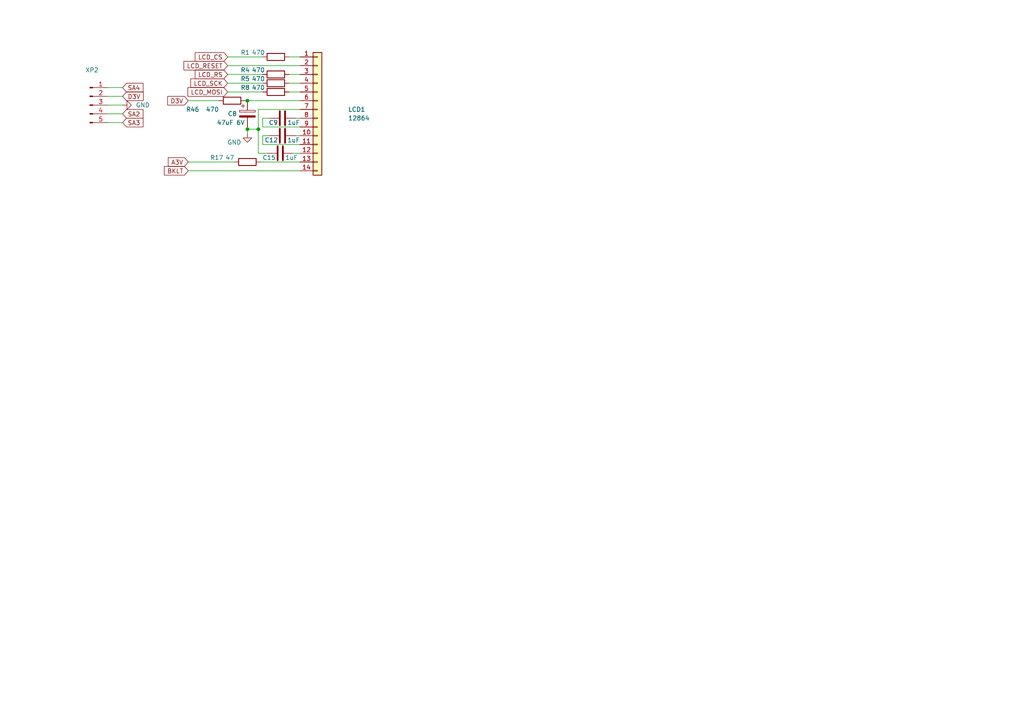
<source format=kicad_sch>
(kicad_sch (version 20230121) (generator eeschema)
  (paper "A4")
  (title_block (title "Belka DSP") (date "2023-11-16") (rev "0.0.2") (company "2ch"))
  (lib_symbols
    (symbol "Connector:Conn_01x05_Pin" (pin_names (offset 1.016) hide)
      (property "Reference" "J" (at 0 7.62 0))
      (property "Value" "Conn_01x05_Pin" (at 0 -7.62 0))
      (symbol "Conn_01x05_Pin_1_1"
        (polyline (pts (xy 1.27 -5.08) (xy 0.8636 -5.08)) (stroke (width 0.1524)))
        (polyline (pts (xy 1.27 -2.54) (xy 0.8636 -2.54)) (stroke (width 0.1524)))
        (polyline (pts (xy 1.27 0) (xy 0.8636 0)) (stroke (width 0.1524)))
        (polyline (pts (xy 1.27 2.54) (xy 0.8636 2.54)) (stroke (width 0.1524)))
        (polyline (pts (xy 1.27 5.08) (xy 0.8636 5.08)) (stroke (width 0.1524)))
        (rectangle (start 0.8636 -4.953) (end 0 -5.207) (stroke (width 0.1524)) (fill (type outline)))
        (rectangle (start 0.8636 -2.413) (end 0 -2.667) (stroke (width 0.1524)) (fill (type outline)))
        (rectangle (start 0.8636 0.127) (end 0 -0.127) (stroke (width 0.1524)) (fill (type outline)))
        (rectangle (start 0.8636 2.667) (end 0 2.413) (stroke (width 0.1524)) (fill (type outline)))
        (rectangle (start 0.8636 5.207) (end 0 4.953) (stroke (width 0.1524)) (fill (type outline)))
        (pin passive line (at 5.08 5.08 180) (length 3.81) (name "Pin_1") (number "1"))
        (pin passive line (at 5.08 2.54 180) (length 3.81) (name "Pin_2") (number "2"))
        (pin passive line (at 5.08 0 180) (length 3.81) (name "Pin_3") (number "3"))
        (pin passive line (at 5.08 -2.54 180) (length 3.81) (name "Pin_4") (number "4"))
        (pin passive line (at 5.08 -5.08 180) (length 3.81) (name "Pin_5") (number "5"))
      )
    )
    (symbol "Connector_Generic:Conn_01x14" (pin_names (offset 1.016) hide)
      (property "Reference" "J" (at 0 17.78 0))
      (property "Value" "Conn_01x14" (at 0 -20.32 0))
      (symbol "Conn_01x14_1_1"
        (rectangle (start -1.27 -17.653) (end 0 -17.907) (stroke (width 0.1524)))
        (rectangle (start -1.27 -15.113) (end 0 -15.367) (stroke (width 0.1524)))
        (rectangle (start -1.27 -12.573) (end 0 -12.827) (stroke (width 0.1524)))
        (rectangle (start -1.27 -10.033) (end 0 -10.287) (stroke (width 0.1524)))
        (rectangle (start -1.27 -7.493) (end 0 -7.747) (stroke (width 0.1524)))
        (rectangle (start -1.27 -4.953) (end 0 -5.207) (stroke (width 0.1524)))
        (rectangle (start -1.27 -2.413) (end 0 -2.667) (stroke (width 0.1524)))
        (rectangle (start -1.27 0.127) (end 0 -0.127) (stroke (width 0.1524)))
        (rectangle (start -1.27 2.667) (end 0 2.413) (stroke (width 0.1524)))
        (rectangle (start -1.27 5.207) (end 0 4.953) (stroke (width 0.1524)))
        (rectangle (start -1.27 7.747) (end 0 7.493) (stroke (width 0.1524)))
        (rectangle (start -1.27 10.287) (end 0 10.033) (stroke (width 0.1524)))
        (rectangle (start -1.27 12.827) (end 0 12.573) (stroke (width 0.1524)))
        (rectangle (start -1.27 15.367) (end 0 15.113) (stroke (width 0.1524)))
        (rectangle (start -1.27 16.51) (end 1.27 -19.05) (stroke (width 0.254)) (fill (type background)))
        (pin passive line (at -5.08 15.24 0) (length 3.81) (name "Pin_1") (number "1"))
        (pin passive line (at -5.08 -7.62 0) (length 3.81) (name "Pin_10") (number "10"))
        (pin passive line (at -5.08 -10.16 0) (length 3.81) (name "Pin_11") (number "11"))
        (pin passive line (at -5.08 -12.7 0) (length 3.81) (name "Pin_12") (number "12"))
        (pin passive line (at -5.08 -15.24 0) (length 3.81) (name "Pin_13") (number "13"))
        (pin passive line (at -5.08 -17.78 0) (length 3.81) (name "Pin_14") (number "14"))
        (pin passive line (at -5.08 12.7 0) (length 3.81) (name "Pin_2") (number "2"))
        (pin passive line (at -5.08 10.16 0) (length 3.81) (name "Pin_3") (number "3"))
        (pin passive line (at -5.08 7.62 0) (length 3.81) (name "Pin_4") (number "4"))
        (pin passive line (at -5.08 5.08 0) (length 3.81) (name "Pin_5") (number "5"))
        (pin passive line (at -5.08 2.54 0) (length 3.81) (name "Pin_6") (number "6"))
        (pin passive line (at -5.08 0 0) (length 3.81) (name "Pin_7") (number "7"))
        (pin passive line (at -5.08 -2.54 0) (length 3.81) (name "Pin_8") (number "8"))
        (pin passive line (at -5.08 -5.08 0) (length 3.81) (name "Pin_9") (number "9"))
      )
    )
    (symbol "Device:C" (pin_numbers hide) (pin_names (offset 0.254))
      (property "Reference" "C" (at 0.635 2.54 0))
      (property "Value" "C" (at 0.635 -2.54 0))
      (symbol "C_0_1"
        (polyline (pts (xy -2.032 -0.762) (xy 2.032 -0.762)) (stroke (width 0.508)))
        (polyline (pts (xy -2.032 0.762) (xy 2.032 0.762)) (stroke (width 0.508)))
      )
      (symbol "C_1_1"
        (pin passive line (at 0 3.81 270) (length 2.794) (name "~") (number "1"))
        (pin passive line (at 0 -3.81 90) (length 2.794) (name "~") (number "2"))
      )
    )
    (symbol "Device:C_Polarized" (pin_numbers hide) (pin_names (offset 0.254))
      (property "Reference" "C" (at 0.635 2.54 0))
      (property "Value" "C_Polarized" (at 0.635 -2.54 0))
      (symbol "C_Polarized_0_1"
        (rectangle (start -2.286 0.508) (end 2.286 1.016))
        (polyline (pts (xy -1.778 2.286) (xy -0.762 2.286)))
        (polyline (pts (xy -1.27 2.794) (xy -1.27 1.778)))
        (rectangle (start 2.286 -0.508) (end -2.286 -1.016) (fill (type outline)))
      )
      (symbol "C_Polarized_1_1"
        (pin passive line (at 0 3.81 270) (length 2.794) (name "~") (number "1"))
        (pin passive line (at 0 -3.81 90) (length 2.794) (name "~") (number "2"))
      )
    )
    (symbol "Device:R" (pin_numbers hide) (pin_names (offset 0))
      (property "Reference" "R" (at 2.032 0 90))
      (property "Value" "R" (at 0 0 90))
      (symbol "R_0_1"
        (rectangle (start -1.016 -2.54) (end 1.016 2.54) (stroke (width 0.254)))
      )
      (symbol "R_1_1"
        (pin passive line (at 0 3.81 270) (length 1.27) (name "~") (number "1"))
        (pin passive line (at 0 -3.81 90) (length 1.27) (name "~") (number "2"))
      )
    )
    (symbol "power:GND" (power) (pin_names (offset 0))
      (property "Value" "GND" (at 0 -3.81 0))
      (symbol "GND_0_1"
        (polyline (pts (xy 0 0) (xy 0 -1.27) (xy 1.27 -1.27) (xy 0 -2.54) (xy -1.27 -1.27) (xy 0 -1.27)))
      )
      (symbol "GND_1_1"
        (pin power_in line (at 0 0 270) (length 0) hide (name "GND") (number "1"))
      )
    )
  )
  (junction (at 74.93 37.465))
  (junction (at 71.755 29.21))
  (junction (at 71.755 37.465))
  (wire (pts (xy 76.2 39.37) (xy 78.105 39.37)))
  (wire (pts (xy 85.725 34.29) (xy 86.995 34.29)))
  (wire (pts (xy 75.565 46.99) (xy 86.995 46.99)))
  (wire (pts (xy 71.755 37.465) (xy 74.93 37.465)))
  (wire (pts (xy 31.115 30.48) (xy 35.56 30.48)))
  (wire (pts (xy 66.04 21.59) (xy 76.2 21.59)))
  (wire (pts (xy 77.47 44.45) (xy 74.93 44.45)))
  (wire (pts (xy 71.12 29.21) (xy 71.755 29.21)))
  (wire (pts (xy 71.755 37.465) (xy 71.755 36.83)))
  (wire (pts (xy 83.82 16.51) (xy 86.995 16.51)))
  (wire (pts (xy 76.2 34.29) (xy 78.105 34.29)))
  (wire (pts (xy 66.04 16.51) (xy 76.2 16.51)))
  (wire (pts (xy 66.04 19.05) (xy 86.995 19.05)))
  (wire (pts (xy 83.82 26.67) (xy 86.995 26.67)))
  (wire (pts (xy 31.115 35.56) (xy 35.56 35.56)))
  (wire (pts (xy 31.115 33.02) (xy 35.56 33.02)))
  (wire (pts (xy 74.93 44.45) (xy 74.93 37.465)))
  (wire (pts (xy 31.115 27.94) (xy 35.56 27.94)))
  (wire (pts (xy 54.61 46.99) (xy 67.945 46.99)))
  (wire (pts (xy 76.2 41.91) (xy 76.2 39.37)))
  (wire (pts (xy 74.93 31.75) (xy 86.995 31.75)))
  (wire (pts (xy 66.04 24.13) (xy 76.2 24.13)))
  (wire (pts (xy 71.755 29.21) (xy 86.995 29.21)))
  (wire (pts (xy 76.2 36.83) (xy 76.2 34.29)))
  (wire (pts (xy 74.93 31.75) (xy 74.93 37.465)))
  (wire (pts (xy 66.04 26.67) (xy 76.2 26.67)))
  (wire (pts (xy 83.82 24.13) (xy 86.995 24.13)))
  (wire (pts (xy 83.82 21.59) (xy 86.995 21.59)))
  (wire (pts (xy 31.115 25.4) (xy 35.56 25.4)))
  (wire (pts (xy 54.61 29.21) (xy 63.5 29.21)))
  (wire (pts (xy 86.995 41.91) (xy 76.2 41.91)))
  (wire (pts (xy 86.995 36.83) (xy 76.2 36.83)))
  (wire (pts (xy 85.09 44.45) (xy 86.995 44.45)))
  (wire (pts (xy 54.61 49.53) (xy 86.995 49.53)))
  (wire (pts (xy 85.725 39.37) (xy 86.995 39.37)))
  (wire (pts (xy 71.755 37.465) (xy 71.755 38.735)))
  (global_label "LCD_SCK" (shape input) (at 66.04 24.13 180) (property "Intersheetrefs" "${INTERSHEET_REFS}" (effects hide)))
  (global_label "SA2" (shape input) (at 35.56 33.02 0) (property "Intersheetrefs" "${INTERSHEET_REFS}" (effects hide)))
  (global_label "LCD_CS" (shape input) (at 66.04 16.51 180) (property "Intersheetrefs" "${INTERSHEET_REFS}" (effects hide)))
  (global_label "BKLT" (shape input) (at 54.61 49.53 180) (property "Intersheetrefs" "${INTERSHEET_REFS}" (effects hide)))
  (global_label "SA4" (shape input) (at 35.56 25.4 0) (property "Intersheetrefs" "${INTERSHEET_REFS}" (effects hide)))
  (global_label "D3V" (shape input) (at 35.56 27.94 0) (property "Intersheetrefs" "${INTERSHEET_REFS}" (effects hide)))
  (global_label "D3V" (shape input) (at 54.61 29.21 180) (property "Intersheetrefs" "${INTERSHEET_REFS}" (effects hide)))
  (global_label "SA3" (shape input) (at 35.56 35.56 0) (property "Intersheetrefs" "${INTERSHEET_REFS}" (effects hide)))
  (global_label "A3V" (shape input) (at 54.61 46.99 180) (property "Intersheetrefs" "${INTERSHEET_REFS}" (effects hide)))
  (global_label "LCD_RS" (shape input) (at 66.04 21.59 180) (property "Intersheetrefs" "${INTERSHEET_REFS}" (effects hide)))
  (global_label "LCD_RESET" (shape input) (at 66.04 19.05 180) (property "Intersheetrefs" "${INTERSHEET_REFS}" (effects hide)))
  (global_label "LCD_MOSI" (shape input) (at 66.04 26.67 180) (property "Intersheetrefs" "${INTERSHEET_REFS}" (effects hide)))
  (symbol (lib_id "power:GND") (at 35.56 30.48 90) (unit 1)
    (property "Reference" "#PWR012" (effects hide))
    (property "Value" "GND" (at 39.37 30.48 90) (effects (justify right)))
  )
  (symbol (lib_id "Device:R") (at 80.01 24.13 90) (unit 1)
    (property "Reference" "R5" (at 71.12 22.86 90))
    (property "Value" "470" (at 74.93 22.86 90))
    (property "Footprint" "Resistor_SMD:R_0603_1608Metric_Pad0.98x0.95mm_HandSolder" (effects hide))
  )
  (symbol (lib_id "Device:C") (at 81.915 34.29 90) (unit 1)
    (property "Reference" "C9" (at 80.645 35.56 90) (effects (justify left)))
    (property "Value" "1uF" (at 86.995 35.56 90) (effects (justify left)))
    (property "Footprint" "Capacitor_SMD:C_0603_1608Metric_Pad1.08x0.95mm_HandSolder" (effects hide))
  )
  (symbol (lib_id "Connector_Generic:Conn_01x14") (at 92.075 31.75 0) (unit 1)
    (property "Reference" "LCD1" (at 100.965 31.75 0) (effects (justify left)))
    (property "Value" "12864" (at 100.965 34.29 0) (effects (justify left)))
    (property "Footprint" "Connector_FFC-FPC:TE_1-1734839-4_1x14-1MP_P0.5mm_Horizontal" (effects hide))
  )
  (symbol (lib_id "Device:R") (at 67.31 29.21 90) (unit 1)
    (property "Reference" "R46" (at 55.88 31.75 90))
    (property "Value" "470" (at 61.595 31.75 90))
    (property "Footprint" "Resistor_SMD:R_0603_1608Metric_Pad0.98x0.95mm_HandSolder" (effects hide))
  )
  (symbol (lib_id "Connector:Conn_01x05_Pin") (at 26.035 30.48 0) (unit 1)
    (property "Reference" "XP2" (at 26.67 20.32 0))
    (property "Value" "Conn_01x05_Pin" (effects hide))
    (property "Footprint" "Connector_PinHeader_2.00mm:PinHeader_1x05_P2.00mm_Vertical" (effects hide))
  )
  (symbol (lib_id "power:GND") (at 71.755 38.735 0) (unit 1)
    (property "Reference" "#PWR013" (effects hide))
    (property "Value" "GND" (at 67.945 41.275 0))
  )
  (symbol (lib_id "Device:R") (at 80.01 26.67 90) (unit 1)
    (property "Reference" "R8" (at 71.12 25.4 90))
    (property "Value" "470" (at 74.93 25.4 90))
    (property "Footprint" "Resistor_SMD:R_0603_1608Metric_Pad0.98x0.95mm_HandSolder" (effects hide))
  )
  (symbol (lib_id "Device:R") (at 80.01 16.51 90) (unit 1)
    (property "Reference" "R1" (at 71.12 15.24 90))
    (property "Value" "470" (at 74.93 15.24 90))
    (property "Footprint" "Resistor_SMD:R_0603_1608Metric_Pad0.98x0.95mm_HandSolder" (effects hide))
  )
  (symbol (lib_id "Device:R") (at 71.755 46.99 90) (unit 1)
    (property "Reference" "R17" (at 62.865 45.72 90))
    (property "Value" "47" (at 66.675 45.72 90))
    (property "Footprint" "Resistor_SMD:R_0603_1608Metric_Pad0.98x0.95mm_HandSolder" (effects hide))
  )
  (symbol (lib_id "Device:C") (at 81.915 39.37 90) (unit 1)
    (property "Reference" "C12" (at 80.645 40.64 90) (effects (justify left)))
    (property "Value" "1uF" (at 86.995 40.64 90) (effects (justify left)))
    (property "Footprint" "Capacitor_SMD:C_0603_1608Metric_Pad1.08x0.95mm_HandSolder" (effects hide))
  )
  (symbol (lib_id "Device:R") (at 80.01 21.59 90) (unit 1)
    (property "Reference" "R4" (at 71.12 20.32 90))
    (property "Value" "470" (at 74.93 20.32 90))
    (property "Footprint" "Resistor_SMD:R_0603_1608Metric_Pad0.98x0.95mm_HandSolder" (effects hide))
  )
  (symbol (lib_id "Device:C") (at 81.28 44.45 90) (unit 1)
    (property "Reference" "C15" (at 80.01 45.72 90) (effects (justify left)))
    (property "Value" "1uF" (at 86.36 45.72 90) (effects (justify left)))
    (property "Footprint" "Capacitor_SMD:C_0603_1608Metric_Pad1.08x0.95mm_HandSolder" (effects hide))
  )
  (symbol (lib_id "Device:C_Polarized") (at 71.755 33.02 0) (unit 1)
    (property "Reference" "C8" (at 66.04 33.02 0) (effects (justify left)))
    (property "Value" "47uF 6V" (at 62.865 35.56 0) (effects (justify left)))
    (property "Footprint" "Capacitor_SMD:C_1210_3225Metric_Pad1.33x2.70mm_HandSolder" (effects hide))
  )
)
</source>
